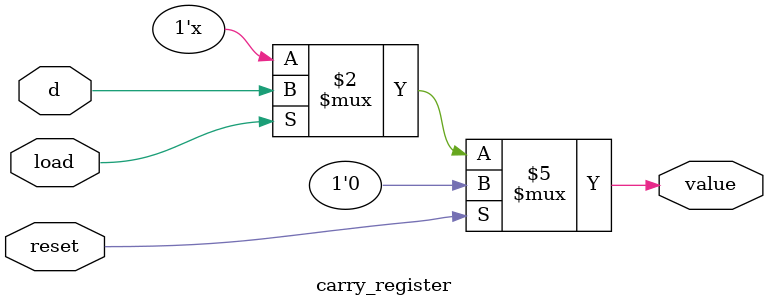
<source format=v>
module carry_register (load, d, value,reset);
input load;
input d;
input reset;
output reg value;

always @ (d or load or reset)
begin
if(reset)
value <= 1'b0;
else
if(load) value <= d;
end

endmodule

</source>
